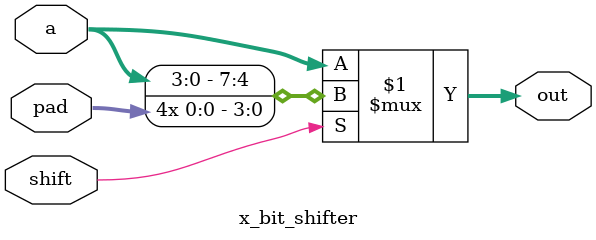
<source format=v>
module x_bit_shifter(	// file.cleaned.mlir:2:3
  input  [7:0] a,	// file.cleaned.mlir:2:31
  input        shift,	// file.cleaned.mlir:2:43
               pad,	// file.cleaned.mlir:2:59
  output [7:0] out	// file.cleaned.mlir:2:74
);

  assign out = shift ? {a[3:0], {4{pad}}} : a;	// file.cleaned.mlir:3:10, :4:10, :5:10, :6:10, :7:5
endmodule


</source>
